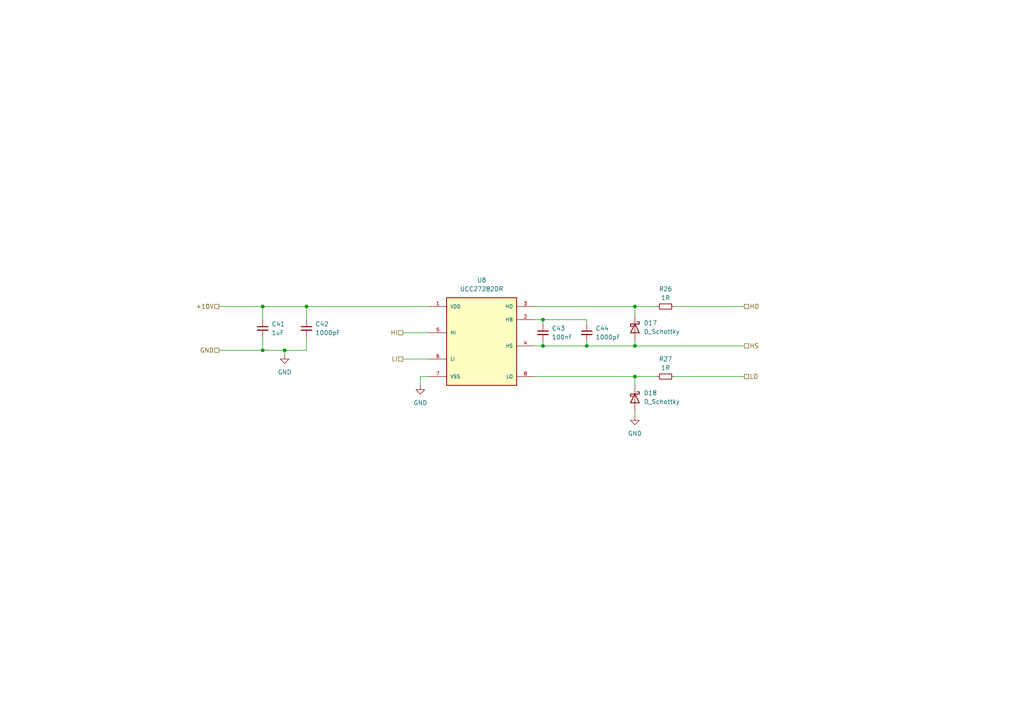
<source format=kicad_sch>
(kicad_sch (version 20211123) (generator eeschema)
  (paper "A4")
  (title_block (title "Gate driver phase W") (date "2022-07-24") (rev "1"))
  (lib_symbols
    (symbol "Device:C_Small" (pin_numbers hide) (pin_names (offset 0.254) hide)
      (property "Reference" "C" (at 0.254 1.778 0))
      (property "Value" "C_Small" (at 0.254 -2.032 0))
      (symbol "C_Small_0_1"
        (polyline (pts (xy -1.524 -0.508) (xy 1.524 -0.508)) (stroke (width 0.3302)))
        (polyline (pts (xy -1.524 0.508) (xy 1.524 0.508)) (stroke (width 0.3048)))
      )
      (symbol "C_Small_1_1"
        (pin passive line (at 0 2.54 270) (length 2.032) (name "~") (number "1"))
        (pin passive line (at 0 -2.54 90) (length 2.032) (name "~") (number "2"))
      )
    )
    (symbol "Device:D_Schottky" (pin_numbers hide) (pin_names (offset 1.016) hide)
      (property "Reference" "D" (at 0 2.54 0))
      (property "Value" "D_Schottky" (at 0 -2.54 0))
      (symbol "D_Schottky_0_1"
        (polyline (pts (xy 1.27 0) (xy -1.27 0)))
        (polyline (pts (xy 1.27 1.27) (xy 1.27 -1.27) (xy -1.27 0) (xy 1.27 1.27)) (stroke (width 0.254)))
        (polyline (pts (xy -1.905 0.635) (xy -1.905 1.27) (xy -1.27 1.27) (xy -1.27 -1.27) (xy -0.635 -1.27) (xy -0.635 -0.635)) (stroke (width 0.254)))
      )
      (symbol "D_Schottky_1_1"
        (pin passive line (at -3.81 0 0) (length 2.54) (name "K") (number "1"))
        (pin passive line (at 3.81 0 180) (length 2.54) (name "A") (number "2"))
      )
    )
    (symbol "Device:R_Small" (pin_numbers hide) (pin_names (offset 0.254) hide)
      (property "Reference" "R" (at 0.762 0.508 0))
      (property "Value" "R_Small" (at 0.762 -1.016 0))
      (symbol "R_Small_0_1"
        (rectangle (start -0.762 1.778) (end 0.762 -1.778) (stroke (width 0.2032)))
      )
      (symbol "R_Small_1_1"
        (pin passive line (at 0 2.54 270) (length 0.762) (name "~") (number "1"))
        (pin passive line (at 0 -2.54 90) (length 0.762) (name "~") (number "2"))
      )
    )
    (symbol "UCC27282DR:UCC27282DR" (pin_names (offset 1.016))
      (property "Reference" "U?" (at 0 17.78 0))
      (property "Value" "UCC27282DR" (at 0 15.24 0))
      (symbol "UCC27282DR_0_0"
        (rectangle (start -10.16 -12.7) (end 10.16 12.7) (stroke (width 0.254)) (fill (type background)))
        (pin power_in line (at -15.24 10.16 0) (length 5.08) (name "VDD") (number "1"))
        (pin passive line (at 15.24 6.35 180) (length 5.08) (name "HB") (number "2"))
        (pin output line (at 15.24 10.16 180) (length 5.08) (name "HO") (number "3"))
        (pin passive line (at 15.24 -1.27 180) (length 5.08) (name "HS") (number "4"))
        (pin input line (at -15.24 2.54 0) (length 5.08) (name "HI") (number "5"))
        (pin input line (at -15.24 -5.08 0) (length 5.08) (name "LI") (number "6"))
        (pin power_in line (at -15.24 -10.16 0) (length 5.08) (name "VSS") (number "7"))
        (pin output line (at 15.24 -10.16 180) (length 5.08) (name "LO") (number "8"))
      )
    )
    (symbol "power:GND" (power) (pin_names (offset 0))
      (property "Value" "GND" (at 0 -3.81 0))
      (symbol "GND_0_1"
        (polyline (pts (xy 0 0) (xy 0 -1.27) (xy 1.27 -1.27) (xy 0 -2.54) (xy -1.27 -1.27) (xy 0 -1.27)))
      )
      (symbol "GND_1_1"
        (pin power_in line (at 0 0 270) (length 0) hide (name "GND") (number "1"))
      )
    )
  )
  (junction (at 184.15 109.22))
  (junction (at 157.48 92.71))
  (junction (at 82.55 101.6))
  (junction (at 157.48 100.33))
  (junction (at 170.18 100.33))
  (junction (at 76.2 88.9))
  (junction (at 88.9 88.9))
  (junction (at 184.15 100.33))
  (junction (at 76.2 101.6))
  (junction (at 184.15 88.9))
  (wire (pts (xy 82.55 101.6) (xy 88.9 101.6)))
  (wire (pts (xy 157.48 92.71) (xy 170.18 92.71)))
  (wire (pts (xy 184.15 99.06) (xy 184.15 100.33)))
  (wire (pts (xy 121.92 109.22) (xy 121.92 111.76)))
  (wire (pts (xy 184.15 109.22) (xy 184.15 111.76)))
  (wire (pts (xy 124.46 96.52) (xy 116.84 96.52)))
  (wire (pts (xy 88.9 88.9) (xy 88.9 92.71)))
  (wire (pts (xy 88.9 88.9) (xy 124.46 88.9)))
  (wire (pts (xy 170.18 100.33) (xy 170.18 99.06)))
  (wire (pts (xy 157.48 100.33) (xy 154.94 100.33)))
  (wire (pts (xy 157.48 100.33) (xy 170.18 100.33)))
  (wire (pts (xy 184.15 119.38) (xy 184.15 120.65)))
  (wire (pts (xy 154.94 88.9) (xy 184.15 88.9)))
  (wire (pts (xy 157.48 99.06) (xy 157.48 100.33)))
  (wire (pts (xy 124.46 109.22) (xy 121.92 109.22)))
  (wire (pts (xy 170.18 92.71) (xy 170.18 93.98)))
  (wire (pts (xy 82.55 101.6) (xy 82.55 102.87)))
  (wire (pts (xy 76.2 97.79) (xy 76.2 101.6)))
  (wire (pts (xy 63.5 101.6) (xy 76.2 101.6)))
  (wire (pts (xy 195.58 88.9) (xy 215.9 88.9)))
  (wire (pts (xy 154.94 109.22) (xy 184.15 109.22)))
  (wire (pts (xy 157.48 92.71) (xy 157.48 93.98)))
  (wire (pts (xy 63.5 88.9) (xy 76.2 88.9)))
  (wire (pts (xy 184.15 88.9) (xy 190.5 88.9)))
  (wire (pts (xy 88.9 88.9) (xy 76.2 88.9)))
  (wire (pts (xy 195.58 109.22) (xy 215.9 109.22)))
  (wire (pts (xy 76.2 101.6) (xy 82.55 101.6)))
  (wire (pts (xy 170.18 100.33) (xy 184.15 100.33)))
  (wire (pts (xy 184.15 109.22) (xy 190.5 109.22)))
  (wire (pts (xy 116.84 104.14) (xy 124.46 104.14)))
  (wire (pts (xy 184.15 88.9) (xy 184.15 91.44)))
  (wire (pts (xy 76.2 88.9) (xy 76.2 92.71)))
  (wire (pts (xy 154.94 92.71) (xy 157.48 92.71)))
  (wire (pts (xy 184.15 100.33) (xy 215.9 100.33)))
  (wire (pts (xy 88.9 97.79) (xy 88.9 101.6)))
  (hierarchical_label "LO" (shape passive) (at 215.9 109.22 0))
  (hierarchical_label "+10V" (shape passive) (at 63.5 88.9 180))
  (hierarchical_label "HO" (shape passive) (at 215.9 88.9 0))
  (hierarchical_label "GND" (shape passive) (at 63.5 101.6 180))
  (hierarchical_label "LI" (shape passive) (at 116.84 104.14 180))
  (hierarchical_label "HI" (shape passive) (at 116.84 96.52 180))
  (hierarchical_label "HS" (shape passive) (at 215.9 100.33 0))
  (symbol (lib_id "Device:C_Small") (at 76.2 95.25 0) (unit 1)
    (property "Reference" "C41" (at 78.74 93.9862 0) (effects (justify left)))
    (property "Value" "1uF" (at 78.74 96.5262 0) (effects (justify left)))
    (property "Footprint" "Capacitor_SMD:C_0603_1608Metric" (effects hide))
  )
  (symbol (lib_id "UCC27282DR:UCC27282DR") (at 139.7 99.06 0) (unit 1)
    (property "Reference" "U8" (at 139.7 81.28 0))
    (property "Value" "UCC27282DR" (at 139.7 83.82 0))
    (property "Footprint" "UCC27282DR:SOIC127P599X175-8N" (effects hide))
    (property "Datasheet" "https://www.ti.com/lit/ds/symlink/ucc27282.pdf?ts=1658830366296" (effects hide))
    (property "STANDARD" "IPC 7351B" (effects hide))
    (property "PARTREV" "A" (effects hide))
    (property "MANUFACTURER" "Texas Instruments" (effects hide))
    (property "MAXIMUM_PACKAGE_HEIGHT" "1.75mm" (effects hide))
  )
  (symbol (lib_id "power:GND") (at 82.55 102.87 0) (unit 1)
    (property "Reference" "#PWR084" (effects hide))
    (property "Value" "GND" (at 82.55 107.95 0))
  )
  (symbol (lib_id "Device:C_Small") (at 170.18 96.52 0) (unit 1)
    (property "Reference" "C44" (at 172.72 95.2562 0) (effects (justify left)))
    (property "Value" "1000pF" (at 172.72 97.7962 0) (effects (justify left)))
    (property "Footprint" "Capacitor_SMD:C_0603_1608Metric" (effects hide))
  )
  (symbol (lib_id "power:GND") (at 184.15 120.65 0) (unit 1)
    (property "Reference" "#PWR086" (effects hide))
    (property "Value" "GND" (at 184.15 125.73 0))
  )
  (symbol (lib_id "Device:C_Small") (at 157.48 96.52 0) (unit 1)
    (property "Reference" "C43" (at 160.02 95.2562 0) (effects (justify left)))
    (property "Value" "100nF" (at 160.02 97.7962 0) (effects (justify left)))
    (property "Footprint" "Capacitor_SMD:C_0603_1608Metric" (effects hide))
  )
  (symbol (lib_id "Device:R_Small") (at 193.04 88.9 90) (unit 1)
    (property "Reference" "R26" (at 193.04 83.82 90))
    (property "Value" "1R" (at 193.04 86.36 90))
    (property "Footprint" "Resistor_SMD:R_0603_1608Metric" (effects hide))
  )
  (symbol (lib_id "Device:D_Schottky") (at 184.15 115.57 270) (unit 1)
    (property "Reference" "D18" (at 186.69 113.9824 90) (effects (justify left)))
    (property "Value" "D_Schottky" (at 186.69 116.5224 90) (effects (justify left)))
    (property "Footprint" "SS2P4-M3_84A:SS2P4M384A" (effects hide))
    (property "Datasheet" "https://www.vishay.com/docs/88910/ss2p2.pdf" (effects hide))
    (property "Part no" "SS2P4-M3/84A" (effects hide))
  )
  (symbol (lib_id "Device:D_Schottky") (at 184.15 95.25 270) (unit 1)
    (property "Reference" "D17" (at 186.69 93.6624 90) (effects (justify left)))
    (property "Value" "D_Schottky" (at 186.69 96.2024 90) (effects (justify left)))
    (property "Footprint" "SS2P4-M3_84A:SS2P4M384A" (effects hide))
    (property "Datasheet" "https://www.vishay.com/docs/88910/ss2p2.pdf" (effects hide))
    (property "Part no" "SS2P4-M3/84A" (effects hide))
  )
  (symbol (lib_id "Device:R_Small") (at 193.04 109.22 90) (unit 1)
    (property "Reference" "R27" (at 193.04 104.14 90))
    (property "Value" "1R" (at 193.04 106.68 90))
    (property "Footprint" "Resistor_SMD:R_0603_1608Metric" (effects hide))
  )
  (symbol (lib_id "Device:C_Small") (at 88.9 95.25 0) (unit 1)
    (property "Reference" "C42" (at 91.44 93.9862 0) (effects (justify left)))
    (property "Value" "1000pF" (at 91.44 96.5262 0) (effects (justify left)))
    (property "Footprint" "Capacitor_SMD:C_0603_1608Metric" (effects hide))
  )
  (symbol (lib_id "power:GND") (at 121.92 111.76 0) (unit 1)
    (property "Reference" "#PWR085" (effects hide))
    (property "Value" "GND" (at 121.92 116.84 0))
  )
)
</source>
